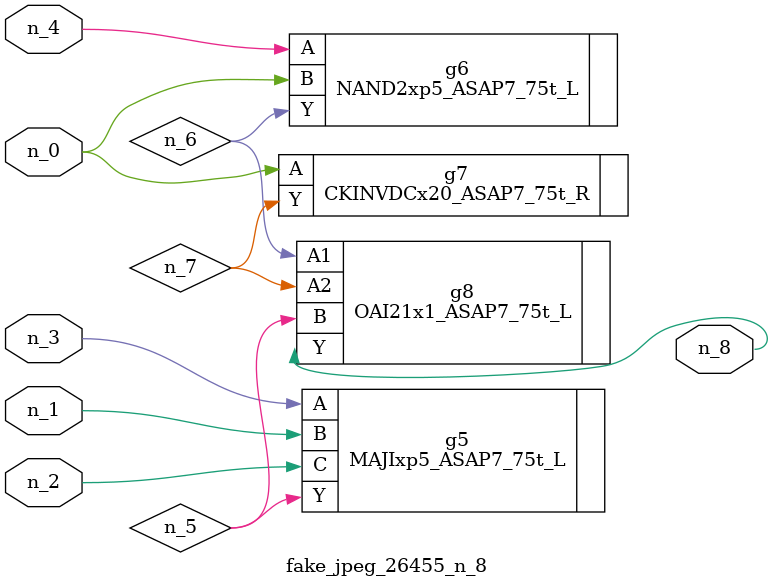
<source format=v>
module fake_jpeg_26455_n_8 (n_3, n_2, n_1, n_0, n_4, n_8);

input n_3;
input n_2;
input n_1;
input n_0;
input n_4;

output n_8;

wire n_6;
wire n_5;
wire n_7;

MAJIxp5_ASAP7_75t_L g5 ( 
.A(n_3),
.B(n_1),
.C(n_2),
.Y(n_5)
);

NAND2xp5_ASAP7_75t_L g6 ( 
.A(n_4),
.B(n_0),
.Y(n_6)
);

CKINVDCx20_ASAP7_75t_R g7 ( 
.A(n_0),
.Y(n_7)
);

OAI21x1_ASAP7_75t_L g8 ( 
.A1(n_6),
.A2(n_7),
.B(n_5),
.Y(n_8)
);


endmodule
</source>
